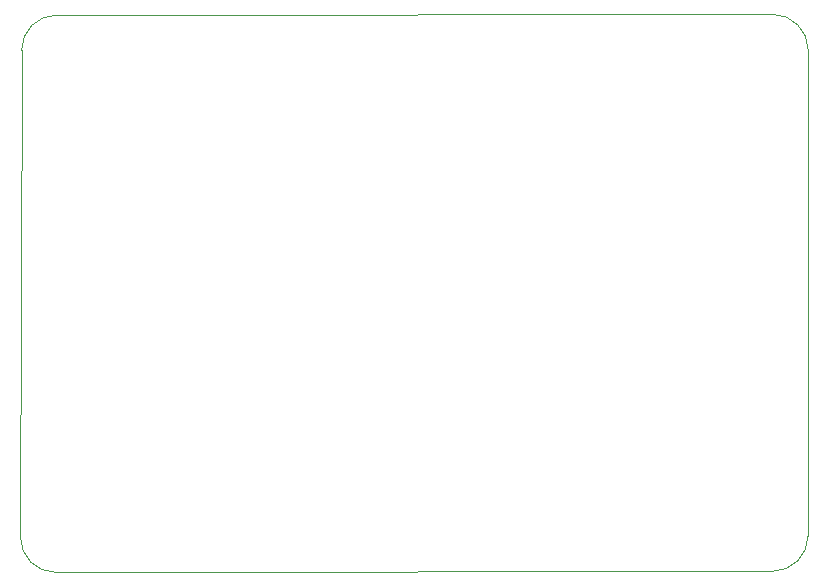
<source format=gbr>
%TF.GenerationSoftware,KiCad,Pcbnew,(6.0.0)*%
%TF.CreationDate,2023-04-26T08:22:48-05:00*%
%TF.ProjectId,SNAP_Project,534e4150-5f50-4726-9f6a-6563742e6b69,1.0*%
%TF.SameCoordinates,Original*%
%TF.FileFunction,Profile,NP*%
%FSLAX46Y46*%
G04 Gerber Fmt 4.6, Leading zero omitted, Abs format (unit mm)*
G04 Created by KiCad (PCBNEW (6.0.0)) date 2023-04-26 08:22:48*
%MOMM*%
%LPD*%
G01*
G04 APERTURE LIST*
%TA.AperFunction,Profile*%
%ADD10C,0.100000*%
%TD*%
G04 APERTURE END LIST*
D10*
X66800000Y-119057500D02*
X66900000Y-77857500D01*
X130498680Y-121958680D02*
G75*
G03*
X133498680Y-118958680I-1J3000001D01*
G01*
X130498680Y-121958680D02*
X69800000Y-122057500D01*
X69900000Y-74857500D02*
G75*
G03*
X66900000Y-77857500I1J-3000001D01*
G01*
X133498680Y-118958680D02*
X133500000Y-77810000D01*
X66800000Y-119057500D02*
G75*
G03*
X69800000Y-122057500I3000001J1D01*
G01*
X133500000Y-77810000D02*
G75*
G03*
X130500000Y-74810000I-3000001J-1D01*
G01*
X130500000Y-74810000D02*
X69900000Y-74857500D01*
M02*

</source>
